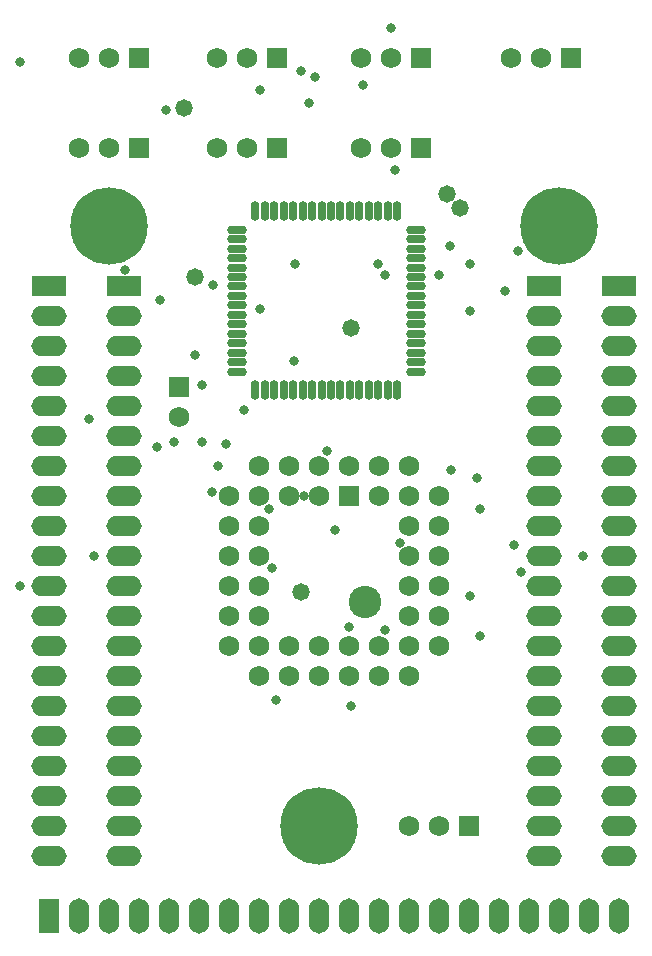
<source format=gts>
G04 Layer_Color=8388736*
%FSLAX25Y25*%
%MOIN*%
G70*
G01*
G75*
%ADD35O,0.02965X0.06509*%
%ADD36O,0.06509X0.02965*%
%ADD37C,0.25800*%
%ADD38R,0.11800X0.06800*%
%ADD39O,0.11800X0.06800*%
%ADD40R,0.06800X0.11800*%
%ADD41O,0.06800X0.11800*%
%ADD42C,0.06902*%
%ADD43R,0.06902X0.06902*%
%ADD44R,0.06800X0.06800*%
%ADD45C,0.06800*%
%ADD46R,0.06902X0.06902*%
%ADD47C,0.10800*%
%ADD48C,0.03200*%
%ADD49C,0.05800*%
D35*
X405906Y394882D02*
D03*
X402756D02*
D03*
X399606D02*
D03*
X396457D02*
D03*
X393307D02*
D03*
X390157D02*
D03*
X387008D02*
D03*
X383858D02*
D03*
X380709D02*
D03*
X377559D02*
D03*
X374409D02*
D03*
X371260D02*
D03*
X368110D02*
D03*
X364961D02*
D03*
X361811D02*
D03*
X358661D02*
D03*
Y335039D02*
D03*
X361811D02*
D03*
X364961D02*
D03*
X368110D02*
D03*
X371260D02*
D03*
X374409D02*
D03*
X377559D02*
D03*
X380709D02*
D03*
X383858D02*
D03*
X387008D02*
D03*
X390157D02*
D03*
X393307D02*
D03*
X396457D02*
D03*
X399606D02*
D03*
X402756D02*
D03*
X405906D02*
D03*
D36*
X352362Y388583D02*
D03*
Y385433D02*
D03*
Y382283D02*
D03*
Y379134D02*
D03*
Y375984D02*
D03*
Y372835D02*
D03*
Y369685D02*
D03*
Y366535D02*
D03*
Y363386D02*
D03*
Y360236D02*
D03*
Y357087D02*
D03*
Y353937D02*
D03*
Y350787D02*
D03*
Y347638D02*
D03*
Y344488D02*
D03*
Y341339D02*
D03*
X412205D02*
D03*
Y344488D02*
D03*
Y347638D02*
D03*
Y350787D02*
D03*
Y353937D02*
D03*
Y357087D02*
D03*
Y360236D02*
D03*
Y363386D02*
D03*
Y366535D02*
D03*
Y369685D02*
D03*
Y372835D02*
D03*
Y375984D02*
D03*
Y379134D02*
D03*
Y382283D02*
D03*
Y385433D02*
D03*
Y388583D02*
D03*
D37*
X380000Y190000D02*
D03*
X310000Y390000D02*
D03*
X460000D02*
D03*
D38*
X290000Y370000D02*
D03*
X480000D02*
D03*
X455000D02*
D03*
X315000D02*
D03*
D39*
X290000Y360000D02*
D03*
Y350000D02*
D03*
Y340000D02*
D03*
Y330000D02*
D03*
Y320000D02*
D03*
Y310000D02*
D03*
Y300000D02*
D03*
Y290000D02*
D03*
Y280000D02*
D03*
Y270000D02*
D03*
Y260000D02*
D03*
Y250000D02*
D03*
Y240000D02*
D03*
Y230000D02*
D03*
Y220000D02*
D03*
Y210000D02*
D03*
Y200000D02*
D03*
Y190000D02*
D03*
Y180000D02*
D03*
X480000Y360000D02*
D03*
Y350000D02*
D03*
Y340000D02*
D03*
Y330000D02*
D03*
Y320000D02*
D03*
Y310000D02*
D03*
Y300000D02*
D03*
Y290000D02*
D03*
Y280000D02*
D03*
Y270000D02*
D03*
Y260000D02*
D03*
Y250000D02*
D03*
Y240000D02*
D03*
Y230000D02*
D03*
Y220000D02*
D03*
Y210000D02*
D03*
Y200000D02*
D03*
Y190000D02*
D03*
Y180000D02*
D03*
X455000Y360000D02*
D03*
Y350000D02*
D03*
Y340000D02*
D03*
Y330000D02*
D03*
Y320000D02*
D03*
Y310000D02*
D03*
Y300000D02*
D03*
Y290000D02*
D03*
Y280000D02*
D03*
Y270000D02*
D03*
Y260000D02*
D03*
Y250000D02*
D03*
Y240000D02*
D03*
Y230000D02*
D03*
Y220000D02*
D03*
Y210000D02*
D03*
Y200000D02*
D03*
Y190000D02*
D03*
Y180000D02*
D03*
X315000Y360000D02*
D03*
Y350000D02*
D03*
Y340000D02*
D03*
Y330000D02*
D03*
Y320000D02*
D03*
Y310000D02*
D03*
Y300000D02*
D03*
Y290000D02*
D03*
Y280000D02*
D03*
Y270000D02*
D03*
Y260000D02*
D03*
Y250000D02*
D03*
Y240000D02*
D03*
Y230000D02*
D03*
Y220000D02*
D03*
Y210000D02*
D03*
Y200000D02*
D03*
Y190000D02*
D03*
Y180000D02*
D03*
D40*
X290000Y160000D02*
D03*
D41*
X300000D02*
D03*
X310000D02*
D03*
X320000D02*
D03*
X330000D02*
D03*
X340000D02*
D03*
X350000D02*
D03*
X360000D02*
D03*
X370000D02*
D03*
X380000D02*
D03*
X390000D02*
D03*
X400000D02*
D03*
X410000D02*
D03*
X420000D02*
D03*
X430000D02*
D03*
X440000D02*
D03*
X450000D02*
D03*
X460000D02*
D03*
X470000D02*
D03*
X480000D02*
D03*
D42*
X444000Y446000D02*
D03*
X454000D02*
D03*
X394000D02*
D03*
X404000D02*
D03*
X356000D02*
D03*
X346000D02*
D03*
X310000D02*
D03*
X300000D02*
D03*
X356000Y416000D02*
D03*
X346000D02*
D03*
X310000D02*
D03*
X300000D02*
D03*
X404000D02*
D03*
X394000D02*
D03*
X420000Y190000D02*
D03*
X410000D02*
D03*
X333300Y326300D02*
D03*
D43*
X464000Y446000D02*
D03*
X414000D02*
D03*
X366000D02*
D03*
X320000D02*
D03*
X366000Y416000D02*
D03*
X320000D02*
D03*
X414000D02*
D03*
X430000Y190000D02*
D03*
D44*
X390000Y300000D02*
D03*
D45*
X410000Y310000D02*
D03*
X350000Y290000D02*
D03*
Y280000D02*
D03*
Y270000D02*
D03*
Y260000D02*
D03*
Y250000D02*
D03*
X360000D02*
D03*
X380000Y310000D02*
D03*
X360000Y290000D02*
D03*
Y280000D02*
D03*
Y270000D02*
D03*
Y260000D02*
D03*
Y240000D02*
D03*
X380000Y300000D02*
D03*
X370000D02*
D03*
Y250000D02*
D03*
Y240000D02*
D03*
Y310000D02*
D03*
X410000Y300000D02*
D03*
X380000Y250000D02*
D03*
Y240000D02*
D03*
X400000Y310000D02*
D03*
X390000D02*
D03*
Y250000D02*
D03*
Y240000D02*
D03*
X360000Y310000D02*
D03*
X400000Y300000D02*
D03*
Y250000D02*
D03*
Y240000D02*
D03*
X350000Y300000D02*
D03*
X410000Y290000D02*
D03*
Y280000D02*
D03*
Y270000D02*
D03*
Y260000D02*
D03*
Y240000D02*
D03*
X360000Y300000D02*
D03*
X420000D02*
D03*
Y290000D02*
D03*
Y280000D02*
D03*
Y270000D02*
D03*
Y260000D02*
D03*
Y250000D02*
D03*
X410000D02*
D03*
D46*
X333300Y336300D02*
D03*
D47*
X395276Y264567D02*
D03*
D48*
X304800Y280000D02*
D03*
X315300Y375300D02*
D03*
X467800Y280000D02*
D03*
X404000Y456000D02*
D03*
X441900Y368268D02*
D03*
X326900Y365300D02*
D03*
X394450Y436950D02*
D03*
X354800Y328600D02*
D03*
X430100Y361568D02*
D03*
X405100Y408400D02*
D03*
X378673Y439573D02*
D03*
X423450Y383300D02*
D03*
X376500Y431000D02*
D03*
X360250Y435300D02*
D03*
X328950Y428600D02*
D03*
X432495Y305800D02*
D03*
X447200Y274500D02*
D03*
X419700Y373400D02*
D03*
X401900D02*
D03*
X371700Y377200D02*
D03*
X338600Y346800D02*
D03*
X348800Y317100D02*
D03*
X326000Y316100D02*
D03*
X446200Y381500D02*
D03*
X365500Y232000D02*
D03*
X382600Y315000D02*
D03*
X430300Y266600D02*
D03*
X375000Y300000D02*
D03*
X385200Y288650D02*
D03*
X401800Y255100D02*
D03*
X373900Y441500D02*
D03*
X280300Y444600D02*
D03*
Y270000D02*
D03*
X399400Y377200D02*
D03*
X430200D02*
D03*
X406900Y284300D02*
D03*
X364350Y276000D02*
D03*
X363200Y295500D02*
D03*
X344200Y301200D02*
D03*
X331643Y318000D02*
D03*
X340800D02*
D03*
Y336800D02*
D03*
X346100Y310000D02*
D03*
X303100Y325500D02*
D03*
X423850Y308400D02*
D03*
X433500Y295600D02*
D03*
Y253100D02*
D03*
X360236Y362205D02*
D03*
X344488Y370079D02*
D03*
X444882Y283465D02*
D03*
X371653Y344881D02*
D03*
X389764Y256299D02*
D03*
X390551Y229921D02*
D03*
D49*
X422400Y400400D02*
D03*
X390550Y356000D02*
D03*
X426825Y395975D02*
D03*
X374000Y268000D02*
D03*
X334700Y429250D02*
D03*
X338646Y372835D02*
D03*
M02*

</source>
